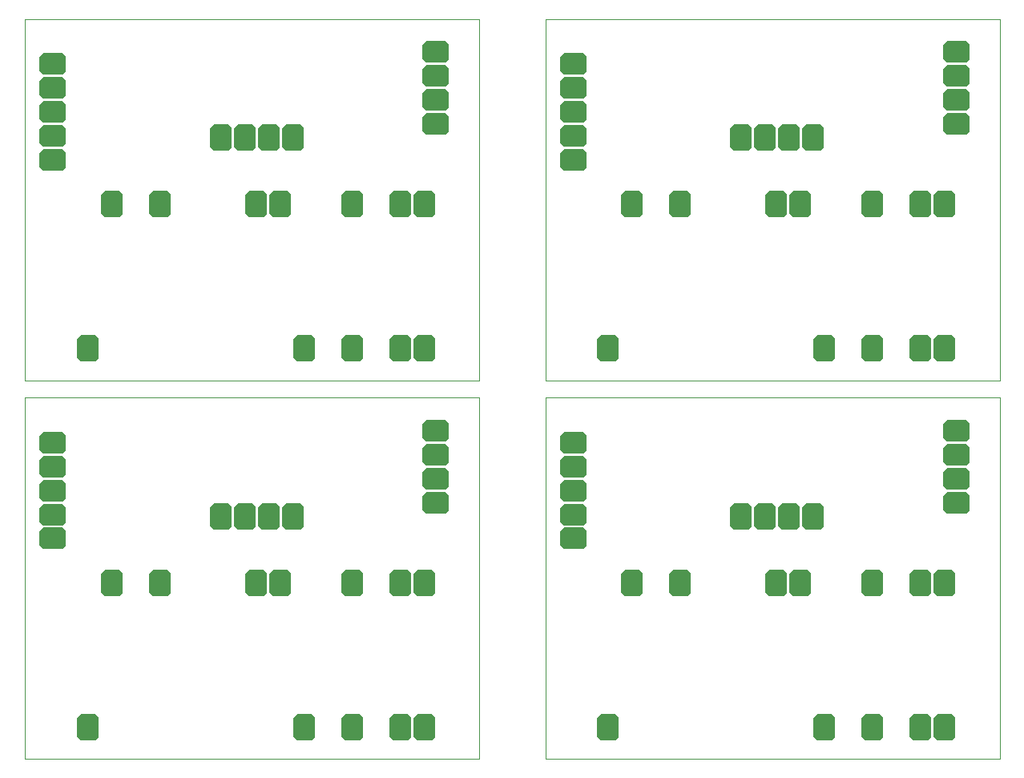
<source format=gbr>
G04 PROTEUS GERBER X2 FILE*
%TF.GenerationSoftware,Labcenter,Proteus,8.15-SP1-Build34318*%
%TF.CreationDate,2023-09-27T19:19:53+00:00*%
%TF.FileFunction,Soldermask,Bot*%
%TF.FilePolarity,Negative*%
%TF.Part,Single*%
%TF.SameCoordinates,{3c810428-778b-40b1-ace6-7a7f232bcbd0}*%
%FSLAX45Y45*%
%MOMM*%
G01*
%AMPPAD005*
4,1,8,
0.763800,1.397000,
-0.763800,1.397000,
-1.143000,1.017800,
-1.143000,-1.017800,
-0.763800,-1.397000,
0.763800,-1.397000,
1.143000,-1.017800,
1.143000,1.017800,
0.763800,1.397000,
0*%
%TA.AperFunction,Material*%
%ADD15PPAD005*%
%AMPPAD006*
4,1,8,
1.397000,-0.763800,
1.397000,0.763800,
1.017800,1.143000,
-1.017800,1.143000,
-1.397000,0.763800,
-1.397000,-0.763800,
-1.017800,-1.143000,
1.017800,-1.143000,
1.397000,-0.763800,
0*%
%ADD16PPAD006*%
%TA.AperFunction,Profile*%
%ADD14C,0.101600*%
%TD.AperFunction*%
D15*
X-2465900Y+2733300D03*
X-2719900Y+2733300D03*
X-2973900Y+2733300D03*
X-3227900Y+2733300D03*
D16*
X-955740Y+2879160D03*
X-955740Y+3133160D03*
X-955740Y+3387160D03*
X-955740Y+3641160D03*
X-5000000Y+2500000D03*
X-5000000Y+2750000D03*
X-5000000Y+3004000D03*
X-5000000Y+3258000D03*
X-5000000Y+3512000D03*
D15*
X-1079500Y+508000D03*
X-1333500Y+508000D03*
X-1841500Y+508000D03*
X-2349500Y+508000D03*
X-4635500Y+508000D03*
X-4381500Y+2032000D03*
X-3873500Y+2032000D03*
X-2857500Y+2032000D03*
X-2603500Y+2032000D03*
X-1841500Y+2032000D03*
X-1333500Y+2032000D03*
X-1079500Y+2032000D03*
X-7965900Y+2733300D03*
X-8219900Y+2733300D03*
X-8473900Y+2733300D03*
X-8727900Y+2733300D03*
D16*
X-6455740Y+2879160D03*
X-6455740Y+3133160D03*
X-6455740Y+3387160D03*
X-6455740Y+3641160D03*
X-10500000Y+2500000D03*
X-10500000Y+2750000D03*
X-10500000Y+3004000D03*
X-10500000Y+3258000D03*
X-10500000Y+3512000D03*
D15*
X-6579500Y+508000D03*
X-6833500Y+508000D03*
X-7341500Y+508000D03*
X-7849500Y+508000D03*
X-10135500Y+508000D03*
X-9881500Y+2032000D03*
X-9373500Y+2032000D03*
X-8357500Y+2032000D03*
X-8103500Y+2032000D03*
X-7341500Y+2032000D03*
X-6833500Y+2032000D03*
X-6579500Y+2032000D03*
X-2465900Y+6733300D03*
X-2719900Y+6733300D03*
X-2973900Y+6733300D03*
X-3227900Y+6733300D03*
D16*
X-955740Y+6879160D03*
X-955740Y+7133160D03*
X-955740Y+7387160D03*
X-955740Y+7641160D03*
X-5000000Y+6500000D03*
X-5000000Y+6750000D03*
X-5000000Y+7004000D03*
X-5000000Y+7258000D03*
X-5000000Y+7512000D03*
D15*
X-1079500Y+4508000D03*
X-1333500Y+4508000D03*
X-1841500Y+4508000D03*
X-2349500Y+4508000D03*
X-4635500Y+4508000D03*
X-4381500Y+6032000D03*
X-3873500Y+6032000D03*
X-2857500Y+6032000D03*
X-2603500Y+6032000D03*
X-1841500Y+6032000D03*
X-1333500Y+6032000D03*
X-1079500Y+6032000D03*
X-7965900Y+6733300D03*
X-8219900Y+6733300D03*
X-8473900Y+6733300D03*
X-8727900Y+6733300D03*
D16*
X-6455740Y+6879160D03*
X-6455740Y+7133160D03*
X-6455740Y+7387160D03*
X-6455740Y+7641160D03*
X-10500000Y+6500000D03*
X-10500000Y+6750000D03*
X-10500000Y+7004000D03*
X-10500000Y+7258000D03*
X-10500000Y+7512000D03*
D15*
X-6579500Y+4508000D03*
X-6833500Y+4508000D03*
X-7341500Y+4508000D03*
X-7849500Y+4508000D03*
X-10135500Y+4508000D03*
X-9881500Y+6032000D03*
X-9373500Y+6032000D03*
X-8357500Y+6032000D03*
X-8103500Y+6032000D03*
X-7341500Y+6032000D03*
X-6833500Y+6032000D03*
X-6579500Y+6032000D03*
D14*
X-5300000Y+173000D02*
X-500000Y+173000D01*
X-500000Y+3990500D01*
X-5300000Y+3990500D01*
X-5300000Y+173000D01*
X-10800000Y+173000D02*
X-6000000Y+173000D01*
X-6000000Y+3990500D01*
X-10800000Y+3990500D01*
X-10800000Y+173000D01*
X-5300000Y+4173000D02*
X-500000Y+4173000D01*
X-500000Y+7990500D01*
X-5300000Y+7990500D01*
X-5300000Y+4173000D01*
X-10800000Y+4173000D02*
X-6000000Y+4173000D01*
X-6000000Y+7990500D01*
X-10800000Y+7990500D01*
X-10800000Y+4173000D01*
M02*

</source>
